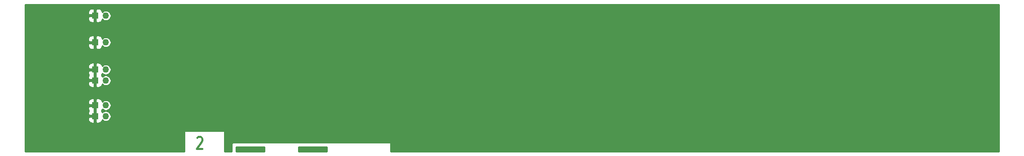
<source format=gbr>
G04 #@! TF.GenerationSoftware,KiCad,Pcbnew,(5.1.7)-1*
G04 #@! TF.CreationDate,2020-11-24T11:46:51-03:00*
G04 #@! TF.ProjectId,cupon,6375706f-6e2e-46b6-9963-61645f706362,Revision: 2.0*
G04 #@! TF.SameCoordinates,Original*
G04 #@! TF.FileFunction,Copper,L2,Inr*
G04 #@! TF.FilePolarity,Positive*
%FSLAX46Y46*%
G04 Gerber Fmt 4.6, Leading zero omitted, Abs format (unit mm)*
G04 Created by KiCad (PCBNEW (5.1.7)-1) date 2020-11-24 11:46:51*
%MOMM*%
%LPD*%
G01*
G04 APERTURE LIST*
G04 #@! TA.AperFunction,NonConductor*
%ADD10C,0.300000*%
G04 #@! TD*
G04 #@! TA.AperFunction,ComponentPad*
%ADD11C,1.100000*%
G04 #@! TD*
G04 #@! TA.AperFunction,ComponentPad*
%ADD12R,1.100000X1.100000*%
G04 #@! TD*
G04 #@! TA.AperFunction,ViaPad*
%ADD13C,0.800000*%
G04 #@! TD*
G04 #@! TA.AperFunction,Conductor*
%ADD14C,0.254000*%
G04 #@! TD*
G04 #@! TA.AperFunction,Conductor*
%ADD15C,0.150000*%
G04 #@! TD*
G04 #@! TA.AperFunction,NonConductor*
%ADD16C,0.254000*%
G04 #@! TD*
G04 #@! TA.AperFunction,NonConductor*
%ADD17C,0.150000*%
G04 #@! TD*
G04 APERTURE END LIST*
D10*
X30071428Y3404761D02*
X30142857Y3500000D01*
X30285714Y3595238D01*
X30642857Y3595238D01*
X30785714Y3500000D01*
X30857142Y3404761D01*
X30928571Y3214285D01*
X30928571Y3023809D01*
X30857142Y2738095D01*
X30000000Y1595238D01*
X30928571Y1595238D01*
D11*
X14700000Y7100000D03*
D12*
X12900000Y7100000D03*
X12900000Y8900000D03*
D11*
X14700000Y8900000D03*
X14700000Y13100000D03*
D12*
X12900000Y13100000D03*
X12900000Y14900000D03*
D11*
X14700000Y14900000D03*
D12*
X12900000Y24000000D03*
D11*
X14700000Y24000000D03*
X14700000Y19500000D03*
D12*
X12900000Y19500000D03*
D13*
X4300000Y3900000D03*
X4300000Y1900000D03*
X8300000Y3900000D03*
X8300000Y1900000D03*
X12300000Y3900000D03*
X12300000Y1900000D03*
X16300000Y3900000D03*
X20300000Y1900000D03*
X20300000Y3900000D03*
X16300000Y1900000D03*
X24300000Y3900000D03*
X24300000Y1900000D03*
X66200000Y3900000D03*
X66200000Y1900000D03*
X70200000Y3900000D03*
X74200000Y1900000D03*
X74200000Y3900000D03*
X70200000Y1900000D03*
X86200000Y1900000D03*
X82200000Y3900000D03*
X82200000Y1900000D03*
X78200000Y3900000D03*
X78200000Y1900000D03*
X86200000Y3900000D03*
X157700000Y1900000D03*
X145700000Y1900000D03*
X149700000Y1900000D03*
X149700000Y3900000D03*
X161700000Y1900000D03*
X161700000Y3900000D03*
X157700000Y3900000D03*
X145700000Y3900000D03*
X153700000Y3900000D03*
X153700000Y1900000D03*
D14*
X164873000Y1127000D02*
X62627000Y1127000D01*
X62627000Y2500000D01*
X62624560Y2524776D01*
X62617333Y2548601D01*
X62605597Y2570557D01*
X62589803Y2589803D01*
X62570557Y2605597D01*
X62548601Y2617333D01*
X62524776Y2624560D01*
X62500000Y2627000D01*
X36000000Y2627000D01*
X35975224Y2624560D01*
X35951399Y2617333D01*
X35929443Y2605597D01*
X35910197Y2589803D01*
X35894403Y2570557D01*
X35882667Y2548601D01*
X35875440Y2524776D01*
X35873000Y2500000D01*
X35873000Y1127000D01*
X34627000Y1127000D01*
X34627000Y4500000D01*
X34624560Y4524776D01*
X34617333Y4548601D01*
X34605597Y4570557D01*
X34589803Y4589803D01*
X34570557Y4605597D01*
X34548601Y4617333D01*
X34524776Y4624560D01*
X34500000Y4627000D01*
X28000000Y4627000D01*
X27975224Y4624560D01*
X27951399Y4617333D01*
X27929443Y4605597D01*
X27910197Y4589803D01*
X27894403Y4570557D01*
X27882667Y4548601D01*
X27875440Y4524776D01*
X27873000Y4500000D01*
X27873000Y1127000D01*
X1127000Y1127000D01*
X1127000Y6550000D01*
X11711928Y6550000D01*
X11724188Y6425518D01*
X11760498Y6305820D01*
X11819463Y6195506D01*
X11898815Y6098815D01*
X11995506Y6019463D01*
X12105820Y5960498D01*
X12225518Y5924188D01*
X12350000Y5911928D01*
X12614250Y5915000D01*
X12773000Y6073750D01*
X12773000Y6973000D01*
X11873750Y6973000D01*
X11715000Y6814250D01*
X11711928Y6550000D01*
X1127000Y6550000D01*
X1127000Y8350000D01*
X11711928Y8350000D01*
X11724188Y8225518D01*
X11760498Y8105820D01*
X11817061Y8000000D01*
X11760498Y7894180D01*
X11724188Y7774482D01*
X11711928Y7650000D01*
X11715000Y7385750D01*
X11873750Y7227000D01*
X12773000Y7227000D01*
X12773000Y8773000D01*
X11873750Y8773000D01*
X11715000Y8614250D01*
X11711928Y8350000D01*
X1127000Y8350000D01*
X1127000Y9450000D01*
X11711928Y9450000D01*
X11715000Y9185750D01*
X11873750Y9027000D01*
X12773000Y9027000D01*
X12773000Y9926250D01*
X13027000Y9926250D01*
X13027000Y9027000D01*
X13047000Y9027000D01*
X13047000Y8773000D01*
X13027000Y8773000D01*
X13027000Y7227000D01*
X13047000Y7227000D01*
X13047000Y6973000D01*
X13027000Y6973000D01*
X13027000Y6073750D01*
X13185750Y5915000D01*
X13450000Y5911928D01*
X13574482Y5924188D01*
X13694180Y5960498D01*
X13804494Y6019463D01*
X13901185Y6098815D01*
X13980537Y6195506D01*
X14039502Y6305820D01*
X14075812Y6425518D01*
X14081048Y6478687D01*
X14140945Y6418790D01*
X14284585Y6322813D01*
X14444189Y6256703D01*
X14613623Y6223000D01*
X14786377Y6223000D01*
X14955811Y6256703D01*
X15115415Y6322813D01*
X15259055Y6418790D01*
X15381210Y6540945D01*
X15477187Y6684585D01*
X15543297Y6844189D01*
X15577000Y7013623D01*
X15577000Y7186377D01*
X15543297Y7355811D01*
X15477187Y7515415D01*
X15381210Y7659055D01*
X15259055Y7781210D01*
X15115415Y7877187D01*
X14955811Y7943297D01*
X14786377Y7977000D01*
X14613623Y7977000D01*
X14444189Y7943297D01*
X14284585Y7877187D01*
X14140945Y7781210D01*
X14081048Y7721313D01*
X14075812Y7774482D01*
X14039502Y7894180D01*
X13982939Y8000000D01*
X14039502Y8105820D01*
X14075812Y8225518D01*
X14081048Y8278687D01*
X14140945Y8218790D01*
X14284585Y8122813D01*
X14444189Y8056703D01*
X14613623Y8023000D01*
X14786377Y8023000D01*
X14955811Y8056703D01*
X15115415Y8122813D01*
X15259055Y8218790D01*
X15381210Y8340945D01*
X15477187Y8484585D01*
X15543297Y8644189D01*
X15577000Y8813623D01*
X15577000Y8986377D01*
X15543297Y9155811D01*
X15477187Y9315415D01*
X15381210Y9459055D01*
X15259055Y9581210D01*
X15115415Y9677187D01*
X14955811Y9743297D01*
X14786377Y9777000D01*
X14613623Y9777000D01*
X14444189Y9743297D01*
X14284585Y9677187D01*
X14140945Y9581210D01*
X14081048Y9521313D01*
X14075812Y9574482D01*
X14039502Y9694180D01*
X13980537Y9804494D01*
X13901185Y9901185D01*
X13804494Y9980537D01*
X13694180Y10039502D01*
X13574482Y10075812D01*
X13450000Y10088072D01*
X13185750Y10085000D01*
X13027000Y9926250D01*
X12773000Y9926250D01*
X12614250Y10085000D01*
X12350000Y10088072D01*
X12225518Y10075812D01*
X12105820Y10039502D01*
X11995506Y9980537D01*
X11898815Y9901185D01*
X11819463Y9804494D01*
X11760498Y9694180D01*
X11724188Y9574482D01*
X11711928Y9450000D01*
X1127000Y9450000D01*
X1127000Y12550000D01*
X11711928Y12550000D01*
X11724188Y12425518D01*
X11760498Y12305820D01*
X11819463Y12195506D01*
X11898815Y12098815D01*
X11995506Y12019463D01*
X12105820Y11960498D01*
X12225518Y11924188D01*
X12350000Y11911928D01*
X12614250Y11915000D01*
X12773000Y12073750D01*
X12773000Y12973000D01*
X11873750Y12973000D01*
X11715000Y12814250D01*
X11711928Y12550000D01*
X1127000Y12550000D01*
X1127000Y14350000D01*
X11711928Y14350000D01*
X11724188Y14225518D01*
X11760498Y14105820D01*
X11817061Y14000000D01*
X11760498Y13894180D01*
X11724188Y13774482D01*
X11711928Y13650000D01*
X11715000Y13385750D01*
X11873750Y13227000D01*
X12773000Y13227000D01*
X12773000Y14773000D01*
X11873750Y14773000D01*
X11715000Y14614250D01*
X11711928Y14350000D01*
X1127000Y14350000D01*
X1127000Y15450000D01*
X11711928Y15450000D01*
X11715000Y15185750D01*
X11873750Y15027000D01*
X12773000Y15027000D01*
X12773000Y15926250D01*
X13027000Y15926250D01*
X13027000Y15027000D01*
X13047000Y15027000D01*
X13047000Y14773000D01*
X13027000Y14773000D01*
X13027000Y13227000D01*
X13047000Y13227000D01*
X13047000Y12973000D01*
X13027000Y12973000D01*
X13027000Y12073750D01*
X13185750Y11915000D01*
X13450000Y11911928D01*
X13574482Y11924188D01*
X13694180Y11960498D01*
X13804494Y12019463D01*
X13901185Y12098815D01*
X13980537Y12195506D01*
X14039502Y12305820D01*
X14075812Y12425518D01*
X14081048Y12478687D01*
X14140945Y12418790D01*
X14284585Y12322813D01*
X14444189Y12256703D01*
X14613623Y12223000D01*
X14786377Y12223000D01*
X14955811Y12256703D01*
X15115415Y12322813D01*
X15259055Y12418790D01*
X15381210Y12540945D01*
X15477187Y12684585D01*
X15543297Y12844189D01*
X15577000Y13013623D01*
X15577000Y13186377D01*
X15543297Y13355811D01*
X15477187Y13515415D01*
X15381210Y13659055D01*
X15259055Y13781210D01*
X15115415Y13877187D01*
X14955811Y13943297D01*
X14786377Y13977000D01*
X14613623Y13977000D01*
X14444189Y13943297D01*
X14284585Y13877187D01*
X14140945Y13781210D01*
X14081048Y13721313D01*
X14075812Y13774482D01*
X14039502Y13894180D01*
X13982939Y14000000D01*
X14039502Y14105820D01*
X14075812Y14225518D01*
X14081048Y14278687D01*
X14140945Y14218790D01*
X14284585Y14122813D01*
X14444189Y14056703D01*
X14613623Y14023000D01*
X14786377Y14023000D01*
X14955811Y14056703D01*
X15115415Y14122813D01*
X15259055Y14218790D01*
X15381210Y14340945D01*
X15477187Y14484585D01*
X15543297Y14644189D01*
X15577000Y14813623D01*
X15577000Y14986377D01*
X15543297Y15155811D01*
X15477187Y15315415D01*
X15381210Y15459055D01*
X15259055Y15581210D01*
X15115415Y15677187D01*
X14955811Y15743297D01*
X14786377Y15777000D01*
X14613623Y15777000D01*
X14444189Y15743297D01*
X14284585Y15677187D01*
X14140945Y15581210D01*
X14081048Y15521313D01*
X14075812Y15574482D01*
X14039502Y15694180D01*
X13980537Y15804494D01*
X13901185Y15901185D01*
X13804494Y15980537D01*
X13694180Y16039502D01*
X13574482Y16075812D01*
X13450000Y16088072D01*
X13185750Y16085000D01*
X13027000Y15926250D01*
X12773000Y15926250D01*
X12614250Y16085000D01*
X12350000Y16088072D01*
X12225518Y16075812D01*
X12105820Y16039502D01*
X11995506Y15980537D01*
X11898815Y15901185D01*
X11819463Y15804494D01*
X11760498Y15694180D01*
X11724188Y15574482D01*
X11711928Y15450000D01*
X1127000Y15450000D01*
X1127000Y18950000D01*
X11711928Y18950000D01*
X11724188Y18825518D01*
X11760498Y18705820D01*
X11819463Y18595506D01*
X11898815Y18498815D01*
X11995506Y18419463D01*
X12105820Y18360498D01*
X12225518Y18324188D01*
X12350000Y18311928D01*
X12614250Y18315000D01*
X12773000Y18473750D01*
X12773000Y19373000D01*
X11873750Y19373000D01*
X11715000Y19214250D01*
X11711928Y18950000D01*
X1127000Y18950000D01*
X1127000Y20050000D01*
X11711928Y20050000D01*
X11715000Y19785750D01*
X11873750Y19627000D01*
X12773000Y19627000D01*
X12773000Y20526250D01*
X13027000Y20526250D01*
X13027000Y19627000D01*
X13047000Y19627000D01*
X13047000Y19373000D01*
X13027000Y19373000D01*
X13027000Y18473750D01*
X13185750Y18315000D01*
X13450000Y18311928D01*
X13574482Y18324188D01*
X13694180Y18360498D01*
X13804494Y18419463D01*
X13901185Y18498815D01*
X13980537Y18595506D01*
X14039502Y18705820D01*
X14075812Y18825518D01*
X14081048Y18878687D01*
X14140945Y18818790D01*
X14284585Y18722813D01*
X14444189Y18656703D01*
X14613623Y18623000D01*
X14786377Y18623000D01*
X14955811Y18656703D01*
X15115415Y18722813D01*
X15259055Y18818790D01*
X15381210Y18940945D01*
X15477187Y19084585D01*
X15543297Y19244189D01*
X15577000Y19413623D01*
X15577000Y19586377D01*
X15543297Y19755811D01*
X15477187Y19915415D01*
X15381210Y20059055D01*
X15259055Y20181210D01*
X15115415Y20277187D01*
X14955811Y20343297D01*
X14786377Y20377000D01*
X14613623Y20377000D01*
X14444189Y20343297D01*
X14284585Y20277187D01*
X14140945Y20181210D01*
X14081048Y20121313D01*
X14075812Y20174482D01*
X14039502Y20294180D01*
X13980537Y20404494D01*
X13901185Y20501185D01*
X13804494Y20580537D01*
X13694180Y20639502D01*
X13574482Y20675812D01*
X13450000Y20688072D01*
X13185750Y20685000D01*
X13027000Y20526250D01*
X12773000Y20526250D01*
X12614250Y20685000D01*
X12350000Y20688072D01*
X12225518Y20675812D01*
X12105820Y20639502D01*
X11995506Y20580537D01*
X11898815Y20501185D01*
X11819463Y20404494D01*
X11760498Y20294180D01*
X11724188Y20174482D01*
X11711928Y20050000D01*
X1127000Y20050000D01*
X1127000Y23450000D01*
X11711928Y23450000D01*
X11724188Y23325518D01*
X11760498Y23205820D01*
X11819463Y23095506D01*
X11898815Y22998815D01*
X11995506Y22919463D01*
X12105820Y22860498D01*
X12225518Y22824188D01*
X12350000Y22811928D01*
X12614250Y22815000D01*
X12773000Y22973750D01*
X12773000Y23873000D01*
X11873750Y23873000D01*
X11715000Y23714250D01*
X11711928Y23450000D01*
X1127000Y23450000D01*
X1127000Y24550000D01*
X11711928Y24550000D01*
X11715000Y24285750D01*
X11873750Y24127000D01*
X12773000Y24127000D01*
X12773000Y25026250D01*
X13027000Y25026250D01*
X13027000Y24127000D01*
X13047000Y24127000D01*
X13047000Y23873000D01*
X13027000Y23873000D01*
X13027000Y22973750D01*
X13185750Y22815000D01*
X13450000Y22811928D01*
X13574482Y22824188D01*
X13694180Y22860498D01*
X13804494Y22919463D01*
X13901185Y22998815D01*
X13980537Y23095506D01*
X14039502Y23205820D01*
X14075812Y23325518D01*
X14081048Y23378687D01*
X14140945Y23318790D01*
X14284585Y23222813D01*
X14444189Y23156703D01*
X14613623Y23123000D01*
X14786377Y23123000D01*
X14955811Y23156703D01*
X15115415Y23222813D01*
X15259055Y23318790D01*
X15381210Y23440945D01*
X15477187Y23584585D01*
X15543297Y23744189D01*
X15577000Y23913623D01*
X15577000Y24086377D01*
X15543297Y24255811D01*
X15477187Y24415415D01*
X15381210Y24559055D01*
X15259055Y24681210D01*
X15115415Y24777187D01*
X14955811Y24843297D01*
X14786377Y24877000D01*
X14613623Y24877000D01*
X14444189Y24843297D01*
X14284585Y24777187D01*
X14140945Y24681210D01*
X14081048Y24621313D01*
X14075812Y24674482D01*
X14039502Y24794180D01*
X13980537Y24904494D01*
X13901185Y25001185D01*
X13804494Y25080537D01*
X13694180Y25139502D01*
X13574482Y25175812D01*
X13450000Y25188072D01*
X13185750Y25185000D01*
X13027000Y25026250D01*
X12773000Y25026250D01*
X12614250Y25185000D01*
X12350000Y25188072D01*
X12225518Y25175812D01*
X12105820Y25139502D01*
X11995506Y25080537D01*
X11898815Y25001185D01*
X11819463Y24904494D01*
X11760498Y24794180D01*
X11724188Y24674482D01*
X11711928Y24550000D01*
X1127000Y24550000D01*
X1127000Y25873000D01*
X164873000Y25873000D01*
X164873000Y1127000D01*
G04 #@! TA.AperFunction,Conductor*
D15*
G36*
X164873000Y1127000D02*
G01*
X62627000Y1127000D01*
X62627000Y2500000D01*
X62624560Y2524776D01*
X62617333Y2548601D01*
X62605597Y2570557D01*
X62589803Y2589803D01*
X62570557Y2605597D01*
X62548601Y2617333D01*
X62524776Y2624560D01*
X62500000Y2627000D01*
X36000000Y2627000D01*
X35975224Y2624560D01*
X35951399Y2617333D01*
X35929443Y2605597D01*
X35910197Y2589803D01*
X35894403Y2570557D01*
X35882667Y2548601D01*
X35875440Y2524776D01*
X35873000Y2500000D01*
X35873000Y1127000D01*
X34627000Y1127000D01*
X34627000Y4500000D01*
X34624560Y4524776D01*
X34617333Y4548601D01*
X34605597Y4570557D01*
X34589803Y4589803D01*
X34570557Y4605597D01*
X34548601Y4617333D01*
X34524776Y4624560D01*
X34500000Y4627000D01*
X28000000Y4627000D01*
X27975224Y4624560D01*
X27951399Y4617333D01*
X27929443Y4605597D01*
X27910197Y4589803D01*
X27894403Y4570557D01*
X27882667Y4548601D01*
X27875440Y4524776D01*
X27873000Y4500000D01*
X27873000Y1127000D01*
X1127000Y1127000D01*
X1127000Y6550000D01*
X11711928Y6550000D01*
X11724188Y6425518D01*
X11760498Y6305820D01*
X11819463Y6195506D01*
X11898815Y6098815D01*
X11995506Y6019463D01*
X12105820Y5960498D01*
X12225518Y5924188D01*
X12350000Y5911928D01*
X12614250Y5915000D01*
X12773000Y6073750D01*
X12773000Y6973000D01*
X11873750Y6973000D01*
X11715000Y6814250D01*
X11711928Y6550000D01*
X1127000Y6550000D01*
X1127000Y8350000D01*
X11711928Y8350000D01*
X11724188Y8225518D01*
X11760498Y8105820D01*
X11817061Y8000000D01*
X11760498Y7894180D01*
X11724188Y7774482D01*
X11711928Y7650000D01*
X11715000Y7385750D01*
X11873750Y7227000D01*
X12773000Y7227000D01*
X12773000Y8773000D01*
X11873750Y8773000D01*
X11715000Y8614250D01*
X11711928Y8350000D01*
X1127000Y8350000D01*
X1127000Y9450000D01*
X11711928Y9450000D01*
X11715000Y9185750D01*
X11873750Y9027000D01*
X12773000Y9027000D01*
X12773000Y9926250D01*
X13027000Y9926250D01*
X13027000Y9027000D01*
X13047000Y9027000D01*
X13047000Y8773000D01*
X13027000Y8773000D01*
X13027000Y7227000D01*
X13047000Y7227000D01*
X13047000Y6973000D01*
X13027000Y6973000D01*
X13027000Y6073750D01*
X13185750Y5915000D01*
X13450000Y5911928D01*
X13574482Y5924188D01*
X13694180Y5960498D01*
X13804494Y6019463D01*
X13901185Y6098815D01*
X13980537Y6195506D01*
X14039502Y6305820D01*
X14075812Y6425518D01*
X14081048Y6478687D01*
X14140945Y6418790D01*
X14284585Y6322813D01*
X14444189Y6256703D01*
X14613623Y6223000D01*
X14786377Y6223000D01*
X14955811Y6256703D01*
X15115415Y6322813D01*
X15259055Y6418790D01*
X15381210Y6540945D01*
X15477187Y6684585D01*
X15543297Y6844189D01*
X15577000Y7013623D01*
X15577000Y7186377D01*
X15543297Y7355811D01*
X15477187Y7515415D01*
X15381210Y7659055D01*
X15259055Y7781210D01*
X15115415Y7877187D01*
X14955811Y7943297D01*
X14786377Y7977000D01*
X14613623Y7977000D01*
X14444189Y7943297D01*
X14284585Y7877187D01*
X14140945Y7781210D01*
X14081048Y7721313D01*
X14075812Y7774482D01*
X14039502Y7894180D01*
X13982939Y8000000D01*
X14039502Y8105820D01*
X14075812Y8225518D01*
X14081048Y8278687D01*
X14140945Y8218790D01*
X14284585Y8122813D01*
X14444189Y8056703D01*
X14613623Y8023000D01*
X14786377Y8023000D01*
X14955811Y8056703D01*
X15115415Y8122813D01*
X15259055Y8218790D01*
X15381210Y8340945D01*
X15477187Y8484585D01*
X15543297Y8644189D01*
X15577000Y8813623D01*
X15577000Y8986377D01*
X15543297Y9155811D01*
X15477187Y9315415D01*
X15381210Y9459055D01*
X15259055Y9581210D01*
X15115415Y9677187D01*
X14955811Y9743297D01*
X14786377Y9777000D01*
X14613623Y9777000D01*
X14444189Y9743297D01*
X14284585Y9677187D01*
X14140945Y9581210D01*
X14081048Y9521313D01*
X14075812Y9574482D01*
X14039502Y9694180D01*
X13980537Y9804494D01*
X13901185Y9901185D01*
X13804494Y9980537D01*
X13694180Y10039502D01*
X13574482Y10075812D01*
X13450000Y10088072D01*
X13185750Y10085000D01*
X13027000Y9926250D01*
X12773000Y9926250D01*
X12614250Y10085000D01*
X12350000Y10088072D01*
X12225518Y10075812D01*
X12105820Y10039502D01*
X11995506Y9980537D01*
X11898815Y9901185D01*
X11819463Y9804494D01*
X11760498Y9694180D01*
X11724188Y9574482D01*
X11711928Y9450000D01*
X1127000Y9450000D01*
X1127000Y12550000D01*
X11711928Y12550000D01*
X11724188Y12425518D01*
X11760498Y12305820D01*
X11819463Y12195506D01*
X11898815Y12098815D01*
X11995506Y12019463D01*
X12105820Y11960498D01*
X12225518Y11924188D01*
X12350000Y11911928D01*
X12614250Y11915000D01*
X12773000Y12073750D01*
X12773000Y12973000D01*
X11873750Y12973000D01*
X11715000Y12814250D01*
X11711928Y12550000D01*
X1127000Y12550000D01*
X1127000Y14350000D01*
X11711928Y14350000D01*
X11724188Y14225518D01*
X11760498Y14105820D01*
X11817061Y14000000D01*
X11760498Y13894180D01*
X11724188Y13774482D01*
X11711928Y13650000D01*
X11715000Y13385750D01*
X11873750Y13227000D01*
X12773000Y13227000D01*
X12773000Y14773000D01*
X11873750Y14773000D01*
X11715000Y14614250D01*
X11711928Y14350000D01*
X1127000Y14350000D01*
X1127000Y15450000D01*
X11711928Y15450000D01*
X11715000Y15185750D01*
X11873750Y15027000D01*
X12773000Y15027000D01*
X12773000Y15926250D01*
X13027000Y15926250D01*
X13027000Y15027000D01*
X13047000Y15027000D01*
X13047000Y14773000D01*
X13027000Y14773000D01*
X13027000Y13227000D01*
X13047000Y13227000D01*
X13047000Y12973000D01*
X13027000Y12973000D01*
X13027000Y12073750D01*
X13185750Y11915000D01*
X13450000Y11911928D01*
X13574482Y11924188D01*
X13694180Y11960498D01*
X13804494Y12019463D01*
X13901185Y12098815D01*
X13980537Y12195506D01*
X14039502Y12305820D01*
X14075812Y12425518D01*
X14081048Y12478687D01*
X14140945Y12418790D01*
X14284585Y12322813D01*
X14444189Y12256703D01*
X14613623Y12223000D01*
X14786377Y12223000D01*
X14955811Y12256703D01*
X15115415Y12322813D01*
X15259055Y12418790D01*
X15381210Y12540945D01*
X15477187Y12684585D01*
X15543297Y12844189D01*
X15577000Y13013623D01*
X15577000Y13186377D01*
X15543297Y13355811D01*
X15477187Y13515415D01*
X15381210Y13659055D01*
X15259055Y13781210D01*
X15115415Y13877187D01*
X14955811Y13943297D01*
X14786377Y13977000D01*
X14613623Y13977000D01*
X14444189Y13943297D01*
X14284585Y13877187D01*
X14140945Y13781210D01*
X14081048Y13721313D01*
X14075812Y13774482D01*
X14039502Y13894180D01*
X13982939Y14000000D01*
X14039502Y14105820D01*
X14075812Y14225518D01*
X14081048Y14278687D01*
X14140945Y14218790D01*
X14284585Y14122813D01*
X14444189Y14056703D01*
X14613623Y14023000D01*
X14786377Y14023000D01*
X14955811Y14056703D01*
X15115415Y14122813D01*
X15259055Y14218790D01*
X15381210Y14340945D01*
X15477187Y14484585D01*
X15543297Y14644189D01*
X15577000Y14813623D01*
X15577000Y14986377D01*
X15543297Y15155811D01*
X15477187Y15315415D01*
X15381210Y15459055D01*
X15259055Y15581210D01*
X15115415Y15677187D01*
X14955811Y15743297D01*
X14786377Y15777000D01*
X14613623Y15777000D01*
X14444189Y15743297D01*
X14284585Y15677187D01*
X14140945Y15581210D01*
X14081048Y15521313D01*
X14075812Y15574482D01*
X14039502Y15694180D01*
X13980537Y15804494D01*
X13901185Y15901185D01*
X13804494Y15980537D01*
X13694180Y16039502D01*
X13574482Y16075812D01*
X13450000Y16088072D01*
X13185750Y16085000D01*
X13027000Y15926250D01*
X12773000Y15926250D01*
X12614250Y16085000D01*
X12350000Y16088072D01*
X12225518Y16075812D01*
X12105820Y16039502D01*
X11995506Y15980537D01*
X11898815Y15901185D01*
X11819463Y15804494D01*
X11760498Y15694180D01*
X11724188Y15574482D01*
X11711928Y15450000D01*
X1127000Y15450000D01*
X1127000Y18950000D01*
X11711928Y18950000D01*
X11724188Y18825518D01*
X11760498Y18705820D01*
X11819463Y18595506D01*
X11898815Y18498815D01*
X11995506Y18419463D01*
X12105820Y18360498D01*
X12225518Y18324188D01*
X12350000Y18311928D01*
X12614250Y18315000D01*
X12773000Y18473750D01*
X12773000Y19373000D01*
X11873750Y19373000D01*
X11715000Y19214250D01*
X11711928Y18950000D01*
X1127000Y18950000D01*
X1127000Y20050000D01*
X11711928Y20050000D01*
X11715000Y19785750D01*
X11873750Y19627000D01*
X12773000Y19627000D01*
X12773000Y20526250D01*
X13027000Y20526250D01*
X13027000Y19627000D01*
X13047000Y19627000D01*
X13047000Y19373000D01*
X13027000Y19373000D01*
X13027000Y18473750D01*
X13185750Y18315000D01*
X13450000Y18311928D01*
X13574482Y18324188D01*
X13694180Y18360498D01*
X13804494Y18419463D01*
X13901185Y18498815D01*
X13980537Y18595506D01*
X14039502Y18705820D01*
X14075812Y18825518D01*
X14081048Y18878687D01*
X14140945Y18818790D01*
X14284585Y18722813D01*
X14444189Y18656703D01*
X14613623Y18623000D01*
X14786377Y18623000D01*
X14955811Y18656703D01*
X15115415Y18722813D01*
X15259055Y18818790D01*
X15381210Y18940945D01*
X15477187Y19084585D01*
X15543297Y19244189D01*
X15577000Y19413623D01*
X15577000Y19586377D01*
X15543297Y19755811D01*
X15477187Y19915415D01*
X15381210Y20059055D01*
X15259055Y20181210D01*
X15115415Y20277187D01*
X14955811Y20343297D01*
X14786377Y20377000D01*
X14613623Y20377000D01*
X14444189Y20343297D01*
X14284585Y20277187D01*
X14140945Y20181210D01*
X14081048Y20121313D01*
X14075812Y20174482D01*
X14039502Y20294180D01*
X13980537Y20404494D01*
X13901185Y20501185D01*
X13804494Y20580537D01*
X13694180Y20639502D01*
X13574482Y20675812D01*
X13450000Y20688072D01*
X13185750Y20685000D01*
X13027000Y20526250D01*
X12773000Y20526250D01*
X12614250Y20685000D01*
X12350000Y20688072D01*
X12225518Y20675812D01*
X12105820Y20639502D01*
X11995506Y20580537D01*
X11898815Y20501185D01*
X11819463Y20404494D01*
X11760498Y20294180D01*
X11724188Y20174482D01*
X11711928Y20050000D01*
X1127000Y20050000D01*
X1127000Y23450000D01*
X11711928Y23450000D01*
X11724188Y23325518D01*
X11760498Y23205820D01*
X11819463Y23095506D01*
X11898815Y22998815D01*
X11995506Y22919463D01*
X12105820Y22860498D01*
X12225518Y22824188D01*
X12350000Y22811928D01*
X12614250Y22815000D01*
X12773000Y22973750D01*
X12773000Y23873000D01*
X11873750Y23873000D01*
X11715000Y23714250D01*
X11711928Y23450000D01*
X1127000Y23450000D01*
X1127000Y24550000D01*
X11711928Y24550000D01*
X11715000Y24285750D01*
X11873750Y24127000D01*
X12773000Y24127000D01*
X12773000Y25026250D01*
X13027000Y25026250D01*
X13027000Y24127000D01*
X13047000Y24127000D01*
X13047000Y23873000D01*
X13027000Y23873000D01*
X13027000Y22973750D01*
X13185750Y22815000D01*
X13450000Y22811928D01*
X13574482Y22824188D01*
X13694180Y22860498D01*
X13804494Y22919463D01*
X13901185Y22998815D01*
X13980537Y23095506D01*
X14039502Y23205820D01*
X14075812Y23325518D01*
X14081048Y23378687D01*
X14140945Y23318790D01*
X14284585Y23222813D01*
X14444189Y23156703D01*
X14613623Y23123000D01*
X14786377Y23123000D01*
X14955811Y23156703D01*
X15115415Y23222813D01*
X15259055Y23318790D01*
X15381210Y23440945D01*
X15477187Y23584585D01*
X15543297Y23744189D01*
X15577000Y23913623D01*
X15577000Y24086377D01*
X15543297Y24255811D01*
X15477187Y24415415D01*
X15381210Y24559055D01*
X15259055Y24681210D01*
X15115415Y24777187D01*
X14955811Y24843297D01*
X14786377Y24877000D01*
X14613623Y24877000D01*
X14444189Y24843297D01*
X14284585Y24777187D01*
X14140945Y24681210D01*
X14081048Y24621313D01*
X14075812Y24674482D01*
X14039502Y24794180D01*
X13980537Y24904494D01*
X13901185Y25001185D01*
X13804494Y25080537D01*
X13694180Y25139502D01*
X13574482Y25175812D01*
X13450000Y25188072D01*
X13185750Y25185000D01*
X13027000Y25026250D01*
X12773000Y25026250D01*
X12614250Y25185000D01*
X12350000Y25188072D01*
X12225518Y25175812D01*
X12105820Y25139502D01*
X11995506Y25080537D01*
X11898815Y25001185D01*
X11819463Y24904494D01*
X11760498Y24794180D01*
X11724188Y24674482D01*
X11711928Y24550000D01*
X1127000Y24550000D01*
X1127000Y25873000D01*
X164873000Y25873000D01*
X164873000Y1127000D01*
G37*
G04 #@! TD.AperFunction*
D16*
X41373000Y1127000D02*
X36627000Y1127000D01*
X36627000Y1873000D01*
X41373000Y1873000D01*
X41373000Y1127000D01*
G04 #@! TA.AperFunction,NonConductor*
D17*
G36*
X41373000Y1127000D02*
G01*
X36627000Y1127000D01*
X36627000Y1873000D01*
X41373000Y1873000D01*
X41373000Y1127000D01*
G37*
G04 #@! TD.AperFunction*
D16*
X51873000Y1127000D02*
X47127000Y1127000D01*
X47127000Y1873000D01*
X51873000Y1873000D01*
X51873000Y1127000D01*
G04 #@! TA.AperFunction,NonConductor*
D17*
G36*
X51873000Y1127000D02*
G01*
X47127000Y1127000D01*
X47127000Y1873000D01*
X51873000Y1873000D01*
X51873000Y1127000D01*
G37*
G04 #@! TD.AperFunction*
M02*

</source>
